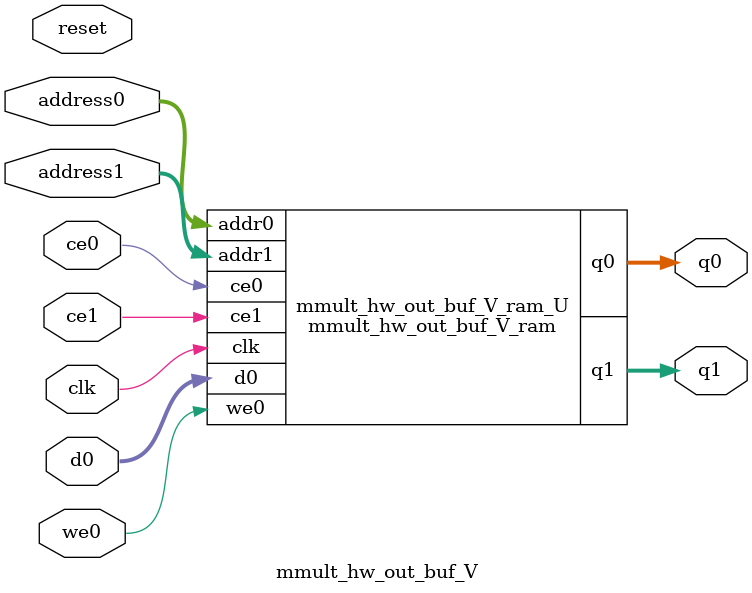
<source format=v>

`timescale 1 ns / 1 ps
module mmult_hw_out_buf_V_ram (addr0, ce0, d0, we0, q0, addr1, ce1, q1,  clk);

parameter DWIDTH = 32;
parameter AWIDTH = 10;
parameter MEM_SIZE = 640;

input[AWIDTH-1:0] addr0;
input ce0;
input[DWIDTH-1:0] d0;
input we0;
output reg[DWIDTH-1:0] q0;
input[AWIDTH-1:0] addr1;
input ce1;
output reg[DWIDTH-1:0] q1;
input clk;

(* ram_style = "block" *)reg [DWIDTH-1:0] ram[0:MEM_SIZE-1];




always @(posedge clk)  
begin 
    if (ce0) 
    begin
        if (we0) 
        begin 
            ram[addr0] <= d0; 
            q0 <= d0;
        end 
        else 
            q0 <= ram[addr0];
    end
end


always @(posedge clk)  
begin 
    if (ce1) 
    begin
            q1 <= ram[addr1];
    end
end


endmodule


`timescale 1 ns / 1 ps
module mmult_hw_out_buf_V(
    reset,
    clk,
    address0,
    ce0,
    we0,
    d0,
    q0,
    address1,
    ce1,
    q1);

parameter DataWidth = 32'd32;
parameter AddressRange = 32'd640;
parameter AddressWidth = 32'd10;
input reset;
input clk;
input[AddressWidth - 1:0] address0;
input ce0;
input we0;
input[DataWidth - 1:0] d0;
output[DataWidth - 1:0] q0;
input[AddressWidth - 1:0] address1;
input ce1;
output[DataWidth - 1:0] q1;



mmult_hw_out_buf_V_ram mmult_hw_out_buf_V_ram_U(
    .clk( clk ),
    .addr0( address0 ),
    .ce0( ce0 ),
    .d0( d0 ),
    .we0( we0 ),
    .q0( q0 ),
    .addr1( address1 ),
    .ce1( ce1 ),
    .q1( q1 ));

endmodule


</source>
